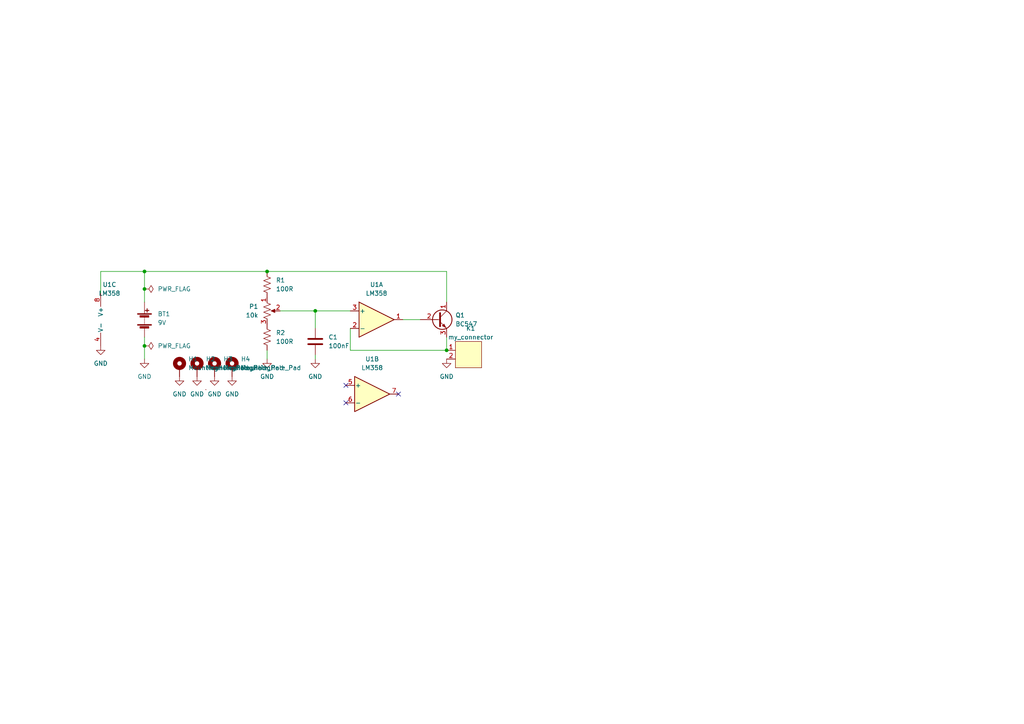
<source format=kicad_sch>
(kicad_sch (version 20211123) (generator eeschema)
  (paper "A4")
  (lib_symbols
    (symbol "Amplifier_Operational:LM358" (pin_names (offset 0.127))
      (property "Reference" "U" (at 0 5.08 0))
      (property "Value" "LM358" (at 0 -5.08 0))
      (symbol "LM358_1_1"
        (polyline (pts (xy -5.08 5.08) (xy 5.08 0) (xy -5.08 -5.08) (xy -5.08 5.08)) (stroke (width 0.254)) (fill (type background)))
        (pin output line (at 7.62 0 180) (length 2.54) (name "~") (number "1"))
        (pin input line (at -7.62 -2.54 0) (length 2.54) (name "-") (number "2"))
        (pin input line (at -7.62 2.54 0) (length 2.54) (name "+") (number "3"))
      )
      (symbol "LM358_2_1"
        (polyline (pts (xy -5.08 5.08) (xy 5.08 0) (xy -5.08 -5.08) (xy -5.08 5.08)) (stroke (width 0.254)) (fill (type background)))
        (pin input line (at -7.62 2.54 0) (length 2.54) (name "+") (number "5"))
        (pin input line (at -7.62 -2.54 0) (length 2.54) (name "-") (number "6"))
        (pin output line (at 7.62 0 180) (length 2.54) (name "~") (number "7"))
      )
      (symbol "LM358_3_1"
        (pin power_in line (at -2.54 -7.62 90) (length 3.81) (name "V-") (number "4"))
        (pin power_in line (at -2.54 7.62 270) (length 3.81) (name "V+") (number "8"))
      )
    )
    (symbol "Device:Battery" (pin_numbers hide) (pin_names (offset 0) hide)
      (property "Reference" "BT" (at 2.54 2.54 0))
      (property "Value" "Battery" (at 2.54 0 0))
      (symbol "Battery_0_1"
        (rectangle (start -2.032 -1.397) (end 2.032 -1.651) (fill (type outline)))
        (rectangle (start -2.032 1.778) (end 2.032 1.524) (fill (type outline)))
        (rectangle (start -1.3208 -1.9812) (end 1.27 -2.4892) (fill (type outline)))
        (rectangle (start -1.3208 1.1938) (end 1.27 0.6858) (fill (type outline)))
        (polyline (pts (xy 0 -1.524) (xy 0 -1.27)))
        (polyline (pts (xy 0 -1.016) (xy 0 -0.762)))
        (polyline (pts (xy 0 -0.508) (xy 0 -0.254)))
        (polyline (pts (xy 0 0) (xy 0 0.254)))
        (polyline (pts (xy 0 0.508) (xy 0 0.762)))
        (polyline (pts (xy 0 1.778) (xy 0 2.54)))
        (polyline (pts (xy 0.254 2.667) (xy 1.27 2.667)) (stroke (width 0.254)))
        (polyline (pts (xy 0.762 3.175) (xy 0.762 2.159)) (stroke (width 0.254)))
      )
      (symbol "Battery_1_1"
        (pin passive line (at 0 5.08 270) (length 2.54) (name "+") (number "1"))
        (pin passive line (at 0 -5.08 90) (length 2.54) (name "-") (number "2"))
      )
    )
    (symbol "Device:C" (pin_numbers hide) (pin_names (offset 0.254))
      (property "Reference" "C" (at 0.635 2.54 0))
      (property "Value" "C" (at 0.635 -2.54 0))
      (symbol "C_0_1"
        (polyline (pts (xy -2.032 -0.762) (xy 2.032 -0.762)) (stroke (width 0.508)))
        (polyline (pts (xy -2.032 0.762) (xy 2.032 0.762)) (stroke (width 0.508)))
      )
      (symbol "C_1_1"
        (pin passive line (at 0 3.81 270) (length 2.794) (name "~") (number "1"))
        (pin passive line (at 0 -3.81 90) (length 2.794) (name "~") (number "2"))
      )
    )
    (symbol "Device:R_Potentiometer_US" (pin_names (offset 1.016) hide)
      (property "Reference" "RV" (at -4.445 0 90))
      (property "Value" "R_Potentiometer_US" (at -2.54 0 90))
      (symbol "R_Potentiometer_US_0_1"
        (polyline (pts (xy 0 -2.286) (xy 0 -2.54)))
        (polyline (pts (xy 0 2.54) (xy 0 2.286)))
        (polyline (pts (xy 2.54 0) (xy 1.524 0)))
        (polyline (pts (xy 1.143 0) (xy 2.286 0.508) (xy 2.286 -0.508) (xy 1.143 0)) (fill (type outline)))
        (polyline (pts (xy 0 -0.762) (xy 1.016 -1.143) (xy 0 -1.524) (xy -1.016 -1.905) (xy 0 -2.286)))
        (polyline (pts (xy 0 0.762) (xy 1.016 0.381) (xy 0 0) (xy -1.016 -0.381) (xy 0 -0.762)))
        (polyline (pts (xy 0 2.286) (xy 1.016 1.905) (xy 0 1.524) (xy -1.016 1.143) (xy 0 0.762)))
      )
      (symbol "R_Potentiometer_US_1_1"
        (pin passive line (at 0 3.81 270) (length 1.27) (name "1") (number "1"))
        (pin passive line (at 3.81 0 180) (length 1.27) (name "2") (number "2"))
        (pin passive line (at 0 -3.81 90) (length 1.27) (name "3") (number "3"))
      )
    )
    (symbol "Device:R_US" (pin_numbers hide) (pin_names (offset 0))
      (property "Reference" "R" (at 2.54 0 90))
      (property "Value" "R_US" (at -2.54 0 90))
      (symbol "R_US_0_1"
        (polyline (pts (xy 0 -2.286) (xy 0 -2.54)))
        (polyline (pts (xy 0 2.286) (xy 0 2.54)))
        (polyline (pts (xy 0 -0.762) (xy 1.016 -1.143) (xy 0 -1.524) (xy -1.016 -1.905) (xy 0 -2.286)))
        (polyline (pts (xy 0 0.762) (xy 1.016 0.381) (xy 0 0) (xy -1.016 -0.381) (xy 0 -0.762)))
        (polyline (pts (xy 0 2.286) (xy 1.016 1.905) (xy 0 1.524) (xy -1.016 1.143) (xy 0 0.762)))
      )
      (symbol "R_US_1_1"
        (pin passive line (at 0 3.81 270) (length 1.27) (name "~") (number "1"))
        (pin passive line (at 0 -3.81 90) (length 1.27) (name "~") (number "2"))
      )
    )
    (symbol "Mechanical:MountingHole_Pad" (pin_numbers hide) (pin_names (offset 1.016) hide)
      (property "Reference" "H" (at 0 6.35 0))
      (property "Value" "MountingHole_Pad" (at 0 4.445 0))
      (symbol "MountingHole_Pad_0_1"
        (circle (center 0 1.27) (radius 1.27) (stroke (width 1.27)))
      )
      (symbol "MountingHole_Pad_1_1"
        (pin input line (at 0 -2.54 90) (length 2.54) (name "1") (number "1"))
      )
    )
    (symbol "Transistor_BJT:BC547" (pin_names (offset 0) hide)
      (property "Reference" "Q" (at 5.08 1.905 0))
      (property "Value" "BC547" (at 5.08 0 0))
      (symbol "BC547_0_1"
        (polyline (pts (xy 0 0) (xy 0.635 0)))
        (polyline (pts (xy 0.635 0.635) (xy 2.54 2.54)))
        (polyline (pts (xy 0.635 -0.635) (xy 2.54 -2.54) (xy 2.54 -2.54)))
        (polyline (pts (xy 0.635 1.905) (xy 0.635 -1.905) (xy 0.635 -1.905)) (stroke (width 0.508)))
        (polyline (pts (xy 1.27 -1.778) (xy 1.778 -1.27) (xy 2.286 -2.286) (xy 1.27 -1.778) (xy 1.27 -1.778)) (fill (type outline)))
        (circle (center 1.27 0) (radius 2.8194) (stroke (width 0.254)))
      )
      (symbol "BC547_1_1"
        (pin passive line (at 2.54 5.08 270) (length 2.54) (name "C") (number "1"))
        (pin input line (at -5.08 0 0) (length 5.08) (name "B") (number "2"))
        (pin passive line (at 2.54 -5.08 90) (length 2.54) (name "E") (number "3"))
      )
    )
    (symbol "my_library:my_connector"
      (property "Reference" "K1" (at 0.635 7.62 0))
      (property "Value" "my_connector" (at 0.635 5.08 0))
      (symbol "my_connector_0_1"
        (rectangle (start -76.2 -10.16) (end -76.2 -10.16))
        (rectangle (start -76.2 -10.16) (end -76.2 -10.16))
        (rectangle (start -76.2 -10.16) (end -76.2 -10.16))
        (rectangle (start -76.2 -10.16) (end -76.2 -10.16))
        (rectangle (start -76.2 -10.16) (end -76.2 -10.16))
        (rectangle (start -76.2 -10.16) (end -76.2 -10.16))
        (rectangle (start -76.2 -10.16) (end -76.2 -10.16))
        (rectangle (start -76.2 -10.16) (end -76.2 -10.16))
        (rectangle (start -76.2 -10.16) (end -76.2 -10.16))
        (rectangle (start -76.2 -10.16) (end -76.2 -10.16))
        (rectangle (start -76.2 -10.16) (end -76.2 -10.16))
        (rectangle (start -76.2 -10.16) (end -76.2 -10.16))
        (rectangle (start -76.2 -10.16) (end -76.2 -10.16))
        (rectangle (start -76.2 -10.16) (end -76.2 -10.16))
        (rectangle (start -3.81 3.81) (end 3.81 -3.81) (fill (type background)))
      )
      (symbol "my_connector_1_1"
        (pin input line (at -6.35 1.27 0) (length 2.54) (name "") (number "1"))
        (pin input line (at -6.35 -1.27 0) (length 2.54) (name "") (number "2"))
      )
    )
    (symbol "power:GND" (power) (pin_names (offset 0))
      (property "Value" "GND" (at 0 -3.81 0))
      (symbol "GND_0_1"
        (polyline (pts (xy 0 0) (xy 0 -1.27) (xy 1.27 -1.27) (xy 0 -2.54) (xy -1.27 -1.27) (xy 0 -1.27)))
      )
      (symbol "GND_1_1"
        (pin power_in line (at 0 0 270) (length 0) hide (name "GND") (number "1"))
      )
    )
    (symbol "power:PWR_FLAG" (power) (pin_numbers hide) (pin_names (offset 0) hide)
      (property "Value" "PWR_FLAG" (at 0 3.81 0))
      (symbol "PWR_FLAG_0_0"
        (pin power_out line (at 0 0 90) (length 0) (name "pwr") (number "1"))
      )
      (symbol "PWR_FLAG_0_1"
        (polyline (pts (xy 0 0) (xy 0 1.27) (xy -1.016 1.905) (xy 0 2.54) (xy 1.016 1.905) (xy 0 1.27)))
      )
    )
  )
  (junction (at 41.91 78.74))
  (junction (at 129.54 101.6))
  (junction (at 77.47 78.74))
  (junction (at 41.91 83.82))
  (junction (at 91.44 90.17))
  (junction (at 41.91 100.33))
  (no_connect (at 100.33 111.76))
  (no_connect (at 115.57 114.3))
  (no_connect (at 100.33 116.84))
  (wire (pts (xy 91.44 90.17) (xy 101.6 90.17)))
  (wire (pts (xy 101.6 101.6) (xy 101.6 95.25)))
  (wire (pts (xy 81.28 90.17) (xy 91.44 90.17)))
  (wire (pts (xy 91.44 90.17) (xy 91.44 95.25)))
  (wire (pts (xy 41.91 97.79) (xy 41.91 100.33)))
  (wire (pts (xy 77.47 101.6) (xy 77.47 104.14)))
  (wire (pts (xy 29.21 78.74) (xy 41.91 78.74)))
  (wire (pts (xy 77.47 78.74) (xy 129.54 78.74)))
  (wire (pts (xy 129.54 97.79) (xy 129.54 101.6)))
  (wire (pts (xy 41.91 83.82) (xy 41.91 78.74)))
  (wire (pts (xy 41.91 100.33) (xy 41.91 104.14)))
  (wire (pts (xy 29.21 85.09) (xy 29.21 78.74)))
  (wire (pts (xy 116.84 92.71) (xy 121.92 92.71)))
  (wire (pts (xy 129.54 78.74) (xy 129.54 87.63)))
  (wire (pts (xy 129.54 101.6) (xy 101.6 101.6)))
  (wire (pts (xy 41.91 87.63) (xy 41.91 83.82)))
  (wire (pts (xy 41.91 78.74) (xy 77.47 78.74)))
  (wire (pts (xy 91.44 104.14) (xy 91.44 102.87)))
  (symbol (lib_id "power:GND") (at 77.47 104.14 0) (unit 1)
    (property "Reference" "#PWR02" (effects hide))
    (property "Value" "GND" (at 77.47 109.22 0))
  )
  (symbol (lib_id "Device:Battery") (at 41.91 92.71 0) (unit 1)
    (property "Reference" "BT1" (at 45.72 91.0589 0) (effects (justify left)))
    (property "Value" "9V" (at 45.72 93.5989 0) (effects (justify left)))
    (property "Footprint" "Battery:BatteryHolder_Eagle_12BH611-GR" (effects hide))
  )
  (symbol (lib_id "Mechanical:MountingHole_Pad") (at 67.31 106.68 0) (unit 1)
    (property "Reference" "H4" (at 69.85 104.1399 0) (effects (justify left)))
    (property "Value" "MountingHole_Pad" (at 69.85 106.6799 0) (effects (justify left)))
    (property "Footprint" "MountingHole:MountingHole_3.2mm_M3" (effects hide))
  )
  (symbol (lib_id "power:GND") (at 52.07 109.22 0) (unit 1)
    (property "Reference" "#PWR05" (effects hide))
    (property "Value" "GND" (at 52.07 114.3 0))
  )
  (symbol (lib_id "Amplifier_Operational:LM358") (at 107.95 114.3 0) (unit 2)
    (property "Reference" "U1" (at 107.95 104.14 0))
    (property "Value" "LM358" (at 107.95 106.68 0))
    (property "Footprint" "Package_DIP:DIP-8_W7.62mm" (effects hide))
    (property "Datasheet" "http://www.ti.com/lit/ds/symlink/lm2904-n.pdf" (effects hide))
  )
  (symbol (lib_id "Amplifier_Operational:LM358") (at 109.22 92.71 0) (unit 1)
    (property "Reference" "U1" (at 109.22 82.55 0))
    (property "Value" "LM358" (at 109.22 85.09 0))
    (property "Footprint" "Package_DIP:DIP-8_W7.62mm" (effects hide))
    (property "Datasheet" "http://www.ti.com/lit/ds/symlink/lm2904-n.pdf" (effects hide))
  )
  (symbol (lib_id "Device:R_Potentiometer_US") (at 77.47 90.17 0) (unit 1)
    (property "Reference" "P1" (at 74.93 88.8999 0) (effects (justify right)))
    (property "Value" "10k" (at 74.93 91.4399 0) (effects (justify right)))
    (property "Footprint" "Potentiometer_THT:Potentiometer_Alps_RK09K_Single_Vertical" (effects hide))
  )
  (symbol (lib_id "Device:C") (at 91.44 99.06 0) (unit 1)
    (property "Reference" "C1" (at 95.25 97.7899 0) (effects (justify left)))
    (property "Value" "100nF" (at 95.25 100.3299 0) (effects (justify left)))
    (property "Footprint" "Capacitor_THT:C_Disc_D3.0mm_W2.0mm_P2.50mm" (effects hide))
  )
  (symbol (lib_id "power:GND") (at 29.21 100.33 0) (unit 1)
    (property "Reference" "#PWR0101" (effects hide))
    (property "Value" "GND" (at 29.21 105.41 0))
  )
  (symbol (lib_id "power:GND") (at 57.15 109.22 0) (unit 1)
    (property "Reference" "#PWR06" (effects hide))
    (property "Value" "GND" (at 57.15 114.3 0))
  )
  (symbol (lib_id "Mechanical:MountingHole_Pad") (at 62.23 106.68 0) (unit 1)
    (property "Reference" "H3" (at 64.77 104.1399 0) (effects (justify left)))
    (property "Value" "MountingHole_Pad" (at 64.77 106.6799 0) (effects (justify left)))
    (property "Footprint" "MountingHole:MountingHole_3.2mm_M3" (effects hide))
  )
  (symbol (lib_id "power:GND") (at 67.31 109.22 0) (unit 1)
    (property "Reference" "#PWR08" (effects hide))
    (property "Value" "GND" (at 67.31 114.3 0))
  )
  (symbol (lib_id "power:GND") (at 129.54 104.14 0) (unit 1)
    (property "Reference" "#PWR04" (effects hide))
    (property "Value" "GND" (at 129.54 109.22 0))
  )
  (symbol (lib_id "power:GND") (at 62.23 109.22 0) (unit 1)
    (property "Reference" "#PWR07" (effects hide))
    (property "Value" "GND" (at 62.23 114.3 0))
  )
  (symbol (lib_id "Device:R_US") (at 77.47 82.55 0) (unit 1)
    (property "Reference" "R1" (at 80.01 81.2799 0) (effects (justify left)))
    (property "Value" "100R" (at 80.01 83.8199 0) (effects (justify left)))
    (property "Footprint" "Resistor_THT:R_Axial_DIN0207_L6.3mm_D2.5mm_P10.16mm_Horizontal" (effects hide))
    (property "Mfr" "Acme resistors" (effects hide))
    (property "Mfr ref" "12345" (effects hide))
  )
  (symbol (lib_id "power:GND") (at 91.44 104.14 0) (unit 1)
    (property "Reference" "#PWR03" (effects hide))
    (property "Value" "GND" (at 91.44 109.22 0))
  )
  (symbol (lib_id "power:PWR_FLAG") (at 41.91 100.33 270) (unit 1)
    (property "Reference" "#FLG0101" (effects hide))
    (property "Value" "PWR_FLAG" (at 45.72 100.3299 90) (effects (justify left)))
  )
  (symbol (lib_id "Mechanical:MountingHole_Pad") (at 57.15 106.68 0) (unit 1)
    (property "Reference" "H2" (at 59.69 104.1399 0) (effects (justify left)))
    (property "Value" "MountingHole_Pad" (at 59.69 106.6799 0) (effects (justify left)))
    (property "Footprint" "MountingHole:MountingHole_3.2mm_M3" (effects hide))
  )
  (symbol (lib_id "Amplifier_Operational:LM358") (at 31.75 92.71 0) (unit 3)
    (property "Reference" "U1" (at 31.75 82.55 0))
    (property "Value" "LM358" (at 31.75 85.09 0))
    (property "Footprint" "Package_DIP:DIP-8_W7.62mm" (effects hide))
    (property "Datasheet" "http://www.ti.com/lit/ds/symlink/lm2904-n.pdf" (effects hide))
  )
  (symbol (lib_id "Mechanical:MountingHole_Pad") (at 52.07 106.68 0) (unit 1)
    (property "Reference" "H1" (at 54.61 104.1399 0) (effects (justify left)))
    (property "Value" "MountingHole_Pad" (at 54.61 106.6799 0) (effects (justify left)))
    (property "Footprint" "MountingHole:MountingHole_3.2mm_M3" (effects hide))
  )
  (symbol (lib_id "Device:R_US") (at 77.47 97.79 0) (unit 1)
    (property "Reference" "R2" (at 80.01 96.5199 0) (effects (justify left)))
    (property "Value" "100R" (at 80.01 99.0599 0) (effects (justify left)))
    (property "Footprint" "Resistor_THT:R_Axial_DIN0207_L6.3mm_D2.5mm_P10.16mm_Horizontal" (effects hide))
    (property "Mfr" "Acme resistors" (effects hide))
    (property "Mfr ref" "12345" (effects hide))
  )
  (symbol (lib_id "power:GND") (at 41.91 104.14 0) (unit 1)
    (property "Reference" "#PWR01" (effects hide))
    (property "Value" "GND" (at 41.91 109.22 0))
  )
  (symbol (lib_id "my_library:my_connector") (at 135.89 102.87 0) (unit 1)
    (property "Reference" "K1" (at 136.525 95.25 0))
    (property "Value" "my_connector" (at 136.525 97.79 0))
    (property "Footprint" "Connector_PinHeader_2.54mm:PinHeader_1x02_P2.54mm_Vertical" (effects hide))
  )
  (symbol (lib_id "Transistor_BJT:BC547") (at 127 92.71 0) (unit 1)
    (property "Reference" "Q1" (at 132.08 91.4399 0) (effects (justify left)))
    (property "Value" "BC547" (at 132.08 93.9799 0) (effects (justify left)))
    (property "Footprint" "Package_TO_SOT_THT:TO-92_Inline" (effects hide))
    (property "Datasheet" "https://www.onsemi.com/pub/Collateral/BC550-D.pdf" (effects hide))
  )
  (symbol (lib_id "power:PWR_FLAG") (at 41.91 83.82 270) (unit 1)
    (property "Reference" "#FLG01" (effects hide))
    (property "Value" "PWR_FLAG" (at 45.72 83.8199 90) (effects (justify left)))
  )
)
</source>
